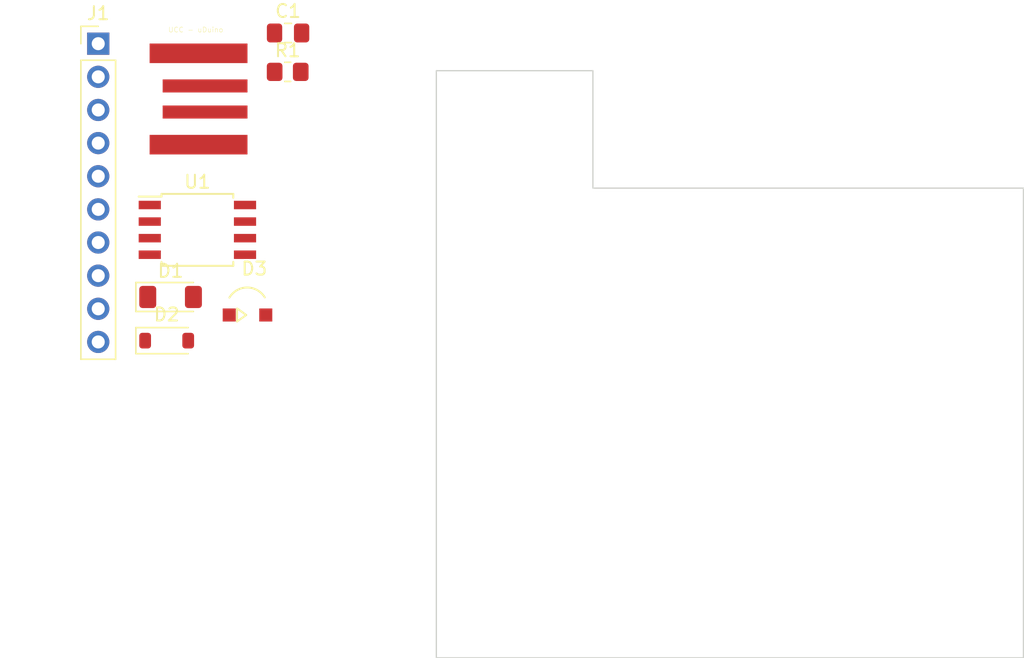
<source format=kicad_pcb>
(kicad_pcb (version 20240108) (generator "pcbnew") (generator_version "8.0")
  (layers (0 "F.Cu" signal) (31 "B.Cu" signal) (34 "B.Paste" user) (35 "F.Paste" user) (36 "B.SilkS" user "B.Silkscreen") (37 "F.SilkS" user "F.Silkscreen") (38 "B.Mask" user) (39 "F.Mask" user) (44 "Edge.Cuts" user))
  (net 0 "")
  (net 3 "+5V")
  (footprint "Package_SO:SOIC-8W_5.3x5.3mm_P1.27mm" (layer "F.Cu") (at 131.685 82.2)
    (property "Reference" "U1" (at 0 -3.68 0) (layer "F.SilkS"))
    (property "Value" "ATtiny85-20S")
    (fp_line (start -2.75 -2.755) (end -2.75 -2.55) (stroke (width 0.15)) (layer "F.SilkS"))
    (fp_line (start -2.75 -2.755) (end 2.75 -2.755) (stroke (width 0.15)) (layer "F.SilkS"))
    (fp_line (start -2.75 -2.55) (end -4.5 -2.55) (stroke (width 0.15)) (layer "F.SilkS"))
    (fp_line (start -2.75 2.755) (end -2.75 2.455) (stroke (width 0.15)) (layer "F.SilkS"))
    (fp_line (start -2.75 2.755) (end 2.75 2.755) (stroke (width 0.15)) (layer "F.SilkS"))
    (fp_line (start 2.75 -2.755) (end 2.75 -2.455) (stroke (width 0.15)) (layer "F.SilkS"))
    (fp_line (start 2.75 2.755) (end 2.75 2.455) (stroke (width 0.15)) (layer "F.SilkS"))
    (pad "1" smd rect (at -3.65 -1.905) (size 1.7 0.65) (layers "F.Cu" "F.Paste" "F.Mask"))
    (pad "2" smd rect (at -3.65 -0.635) (size 1.7 0.65) (layers "F.Cu" "F.Paste" "F.Mask"))
    (pad "3" smd rect (at -3.65 0.635) (size 1.7 0.65) (layers "F.Cu" "F.Paste" "F.Mask"))
    (pad "4" smd rect (at -3.65 1.905) (size 1.7 0.65) (layers "F.Cu" "F.Paste" "F.Mask"))
    (pad "5" smd rect (at 3.65 1.905) (size 1.7 0.65) (layers "F.Cu" "F.Paste" "F.Mask"))
    (pad "6" smd rect (at 3.65 0.635) (size 1.7 0.65) (layers "F.Cu" "F.Paste" "F.Mask"))
    (pad "7" smd rect (at 3.65 -0.635) (size 1.7 0.65) (layers "F.Cu" "F.Paste" "F.Mask"))
    (pad "8" smd rect (at 3.65 -1.905) (size 1.7 0.65) (layers "F.Cu" "F.Paste" "F.Mask"))
  )
  (footprint "ledSmd:ledSMD" (layer "F.Cu") (at 135.925 88.725)
    (property "Reference" "D3" (at 0.125 -3.55 0) (layer "F.SilkS"))
    (property "Value" "LED")
    (fp_line (start -1.2 0.5) (end -1.2 -0.5) (stroke (width 0.15)) (layer "F.SilkS"))
    (fp_line (start -1.15 -0.475) (end -0.5 0) (stroke (width 0.15)) (layer "F.SilkS"))
    (fp_line (start -0.5 0) (end -1.2 0.5) (stroke (width 0.15)) (layer "F.SilkS"))
    (fp_arc (start -1.786089 -1.331572) (mid -0.435753 -2.107089) (end 0.924999 -1.349999) (stroke (width 0.15)) (layer "F.SilkS"))
    (pad "1" smd rect (at -1.8 0) (size 1 1) (layers "F.Cu" "F.Paste" "F.Mask"))
    (pad "2" smd rect (at 1 0) (size 1 1) (layers "F.Cu" "F.Paste" "F.Mask"))
  )
  (footprint "embeddedPcbUsb:USB_A_UCC" (layer "F.Cu") (at 131.9735 72.1685)
    (property "Reference" "J2" (hide yes))
    (property "Value" "USB_A" (hide yes))
    (fp_text user "UCC - uDuino" (at -2.54 -5.08 0) (layer "F.SilkS") (effects (font (size 0.38608 0.38608) (thickness 0.032512)) (justify left bottom)))
    (pad "1" smd rect (at -0.2 3.5) (size 7.5 1.5) (layers "F.Cu" "F.Paste" "F.Mask"))
    (pad "2" smd rect (at 0.3 1) (size 6.5 1) (layers "F.Cu" "F.Paste" "F.Mask"))
    (pad "3" smd rect (at 0.3 -1) (size 6.5 1) (layers "F.Cu" "F.Paste" "F.Mask"))
    (pad "4" smd rect (at -0.2 -3.5) (size 7.5 1.5) (layers "F.Cu" "F.Paste" "F.Mask"))
  )
  (footprint "Capacitor_SMD:C_0805_2012Metric_Pad1.18x1.45mm_HandSolder" (layer "F.Cu") (at 138.635 67.11)
    (property "Reference" "C1" (at 0 -1.68 0) (layer "F.SilkS"))
    (property "Value" "C")
    (fp_line (start -0.261252 -0.735) (end 0.261252 -0.735) (stroke (width 0.12)) (layer "F.SilkS"))
    (fp_line (start -0.261252 0.735) (end 0.261252 0.735) (stroke (width 0.12)) (layer "F.SilkS"))
    (pad "1" smd roundrect (at -1.0375 0) (size 1.175 1.45) (layers "F.Cu" "F.Paste" "F.Mask") (roundrect_rratio 0.212766))
    (pad "2" smd roundrect (at 1.0375 0) (size 1.175 1.45) (layers "F.Cu" "F.Paste" "F.Mask") (roundrect_rratio 0.212766))
  )
  (footprint "Connector_PinHeader_2.54mm:PinHeader_1x10_P2.54mm_Vertical" (layer "F.Cu") (at 124.085 67.93)
    (property "Reference" "J1" (at 0 -2.33 0) (layer "F.SilkS"))
    (property "Value" "Conn_01x10_Socket")
    (fp_line (start -1.33 -1.33) (end 0 -1.33) (stroke (width 0.12)) (layer "F.SilkS"))
    (fp_line (start -1.33 0) (end -1.33 -1.33) (stroke (width 0.12)) (layer "F.SilkS"))
    (fp_line (start -1.33 1.27) (end -1.33 24.19) (stroke (width 0.12)) (layer "F.SilkS"))
    (fp_line (start -1.33 1.27) (end 1.33 1.27) (stroke (width 0.12)) (layer "F.SilkS"))
    (fp_line (start -1.33 24.19) (end 1.33 24.19) (stroke (width 0.12)) (layer "F.SilkS"))
    (fp_line (start 1.33 1.27) (end 1.33 24.19) (stroke (width 0.12)) (layer "F.SilkS"))
    (pad "1" thru_hole rect (at 0 0) (size 1.7 1.7) (drill 1) (layers "*.Cu" "*.Mask"))
    (pad "2" thru_hole oval (at 0 2.54) (size 1.7 1.7) (drill 1) (layers "*.Cu" "*.Mask"))
    (pad "3" thru_hole oval (at 0 5.08) (size 1.7 1.7) (drill 1) (layers "*.Cu" "*.Mask"))
    (pad "4" thru_hole oval (at 0 7.62) (size 1.7 1.7) (drill 1) (layers "*.Cu" "*.Mask"))
    (pad "5" thru_hole oval (at 0 10.16) (size 1.7 1.7) (drill 1) (layers "*.Cu" "*.Mask"))
    (pad "6" thru_hole oval (at 0 12.7) (size 1.7 1.7) (drill 1) (layers "*.Cu" "*.Mask"))
    (pad "7" thru_hole oval (at 0 15.24) (size 1.7 1.7) (drill 1) (layers "*.Cu" "*.Mask"))
    (pad "8" thru_hole oval (at 0 17.78) (size 1.7 1.7) (drill 1) (layers "*.Cu" "*.Mask"))
    (pad "9" thru_hole oval (at 0 20.32) (size 1.7 1.7) (drill 1) (layers "*.Cu" "*.Mask"))
    (pad "10" thru_hole oval (at 0 22.86) (size 1.7 1.7) (drill 1) (layers "*.Cu" "*.Mask"))
  )
  (footprint "Diode_SMD:D_MiniMELF" (layer "F.Cu") (at 129.63 87.345)
    (property "Reference" "D1" (at 0 -2 0) (layer "F.SilkS"))
    (property "Value" "D_Filled")
    (fp_line (start -2.66 -1.11) (end -2.66 1.11) (stroke (width 0.12)) (layer "F.SilkS"))
    (fp_line (start -2.66 1.11) (end 1.75 1.11) (stroke (width 0.12)) (layer "F.SilkS"))
    (fp_line (start 1.75 -1.11) (end -2.66 -1.11) (stroke (width 0.12)) (layer "F.SilkS"))
    (pad "1" smd roundrect (at -1.75 0) (size 1.3 1.7) (layers "F.Cu" "F.Paste" "F.Mask") (roundrect_rratio 0.1923076923) (net 3 "+5V"))
    (pad "2" smd roundrect (at 1.75 0) (size 1.3 1.7) (layers "F.Cu" "F.Paste" "F.Mask") (roundrect_rratio 0.1923076923))
  )
  (footprint "Diode_SMD:D_SOD-123" (layer "F.Cu") (at 129.33 90.69)
    (property "Reference" "D2" (at 0 -2 0) (layer "F.SilkS"))
    (property "Value" "D_Zener")
    (fp_line (start -2.36 -1) (end -2.36 1) (stroke (width 0.12)) (layer "F.SilkS"))
    (fp_line (start -2.36 -1) (end 1.65 -1) (stroke (width 0.12)) (layer "F.SilkS"))
    (fp_line (start -2.36 1) (end 1.65 1) (stroke (width 0.12)) (layer "F.SilkS"))
    (pad "1" smd roundrect (at -1.65 0) (size 0.9 1.2) (layers "F.Cu" "F.Paste" "F.Mask"))
    (pad "2" smd roundrect (at 1.65 0) (size 0.9 1.2) (layers "F.Cu" "F.Paste" "F.Mask"))
  )
  (footprint "Resistor_SMD:R_0805_2012Metric_Pad1.20x1.40mm_HandSolder" (layer "F.Cu") (at 138.605 70.09)
    (property "Reference" "R1" (at 0 -1.65 0) (layer "F.SilkS"))
    (property "Value" "R")
    (fp_line (start -0.227064 -0.735) (end 0.227064 -0.735) (stroke (width 0.12)) (layer "F.SilkS"))
    (fp_line (start -0.227064 0.735) (end 0.227064 0.735) (stroke (width 0.12)) (layer "F.SilkS"))
    (pad "1" smd roundrect (at -1 0) (size 1.2 1.4) (layers "F.Cu" "F.Paste" "F.Mask") (roundrect_rratio 0.208333) (net 3 "+5V"))
    (pad "2" smd roundrect (at 1 0) (size 1.2 1.4) (layers "F.Cu" "F.Paste" "F.Mask") (roundrect_rratio 0.208333))
  )
  (gr_poly (pts (xy 150 70) (xy 162 70) (xy 162 79) (xy 195 79) (xy 195 115) (xy 150 115)) (stroke (width 0.1)) (fill none) (layer "Edge.Cuts"))
)
</source>
